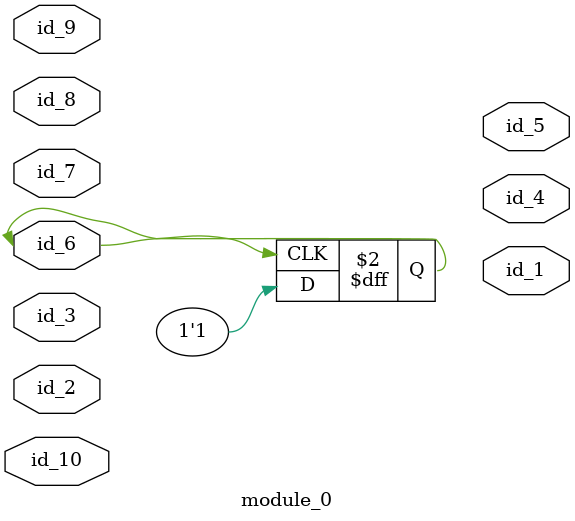
<source format=v>
parameter id_1 = 1;
`define pp_10 0
module module_0 (
    id_1,
    id_2,
    id_3,
    id_4,
    id_5,
    id_6,
    id_7,
    id_8,
    id_9,
    id_10
);
  inout id_10;
  input id_9;
  input id_8;
  input id_7;
  inout id_6;
  output id_5;
  output id_4;
  inout id_3;
  inout id_2;
  output id_1;
  always @(posedge id_6) id_6 = 1;
endmodule

</source>
